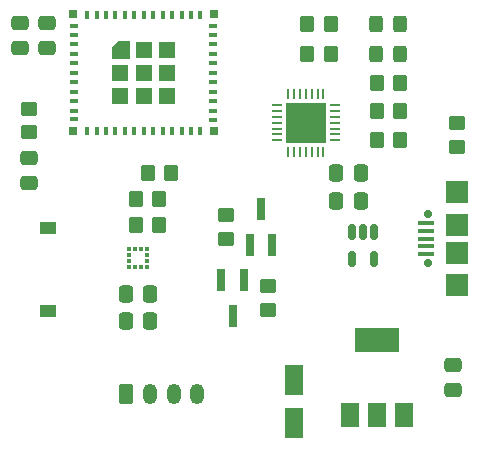
<source format=gts>
%TF.GenerationSoftware,KiCad,Pcbnew,(6.0.1-0)*%
%TF.CreationDate,2022-02-13T16:39:07+01:00*%
%TF.ProjectId,NightLight,4e696768-744c-4696-9768-742e6b696361,rev?*%
%TF.SameCoordinates,Original*%
%TF.FileFunction,Soldermask,Top*%
%TF.FilePolarity,Negative*%
%FSLAX46Y46*%
G04 Gerber Fmt 4.6, Leading zero omitted, Abs format (unit mm)*
G04 Created by KiCad (PCBNEW (6.0.1-0)) date 2022-02-13 16:39:07*
%MOMM*%
%LPD*%
G01*
G04 APERTURE LIST*
G04 Aperture macros list*
%AMRoundRect*
0 Rectangle with rounded corners*
0 $1 Rounding radius*
0 $2 $3 $4 $5 $6 $7 $8 $9 X,Y pos of 4 corners*
0 Add a 4 corners polygon primitive as box body*
4,1,4,$2,$3,$4,$5,$6,$7,$8,$9,$2,$3,0*
0 Add four circle primitives for the rounded corners*
1,1,$1+$1,$2,$3*
1,1,$1+$1,$4,$5*
1,1,$1+$1,$6,$7*
1,1,$1+$1,$8,$9*
0 Add four rect primitives between the rounded corners*
20,1,$1+$1,$2,$3,$4,$5,0*
20,1,$1+$1,$4,$5,$6,$7,0*
20,1,$1+$1,$6,$7,$8,$9,0*
20,1,$1+$1,$8,$9,$2,$3,0*%
%AMOutline5P*
0 Free polygon, 5 corners , with rotation*
0 The origin of the aperture is its center*
0 number of corners: always 5*
0 $1 to $10 corner X, Y*
0 $11 Rotation angle, in degrees counterclockwise*
0 create outline with 5 corners*
4,1,5,$1,$2,$3,$4,$5,$6,$7,$8,$9,$10,$1,$2,$11*%
%AMOutline6P*
0 Free polygon, 6 corners , with rotation*
0 The origin of the aperture is its center*
0 number of corners: always 6*
0 $1 to $12 corner X, Y*
0 $13 Rotation angle, in degrees counterclockwise*
0 create outline with 6 corners*
4,1,6,$1,$2,$3,$4,$5,$6,$7,$8,$9,$10,$11,$12,$1,$2,$13*%
%AMOutline7P*
0 Free polygon, 7 corners , with rotation*
0 The origin of the aperture is its center*
0 number of corners: always 7*
0 $1 to $14 corner X, Y*
0 $15 Rotation angle, in degrees counterclockwise*
0 create outline with 7 corners*
4,1,7,$1,$2,$3,$4,$5,$6,$7,$8,$9,$10,$11,$12,$13,$14,$1,$2,$15*%
%AMOutline8P*
0 Free polygon, 8 corners , with rotation*
0 The origin of the aperture is its center*
0 number of corners: always 8*
0 $1 to $16 corner X, Y*
0 $17 Rotation angle, in degrees counterclockwise*
0 create outline with 8 corners*
4,1,8,$1,$2,$3,$4,$5,$6,$7,$8,$9,$10,$11,$12,$13,$14,$15,$16,$1,$2,$17*%
G04 Aperture macros list end*
%ADD10C,0.700000*%
%ADD11R,1.350000X0.400000*%
%ADD12R,1.900000X1.900000*%
%ADD13RoundRect,0.250000X-0.337500X-0.475000X0.337500X-0.475000X0.337500X0.475000X-0.337500X0.475000X0*%
%ADD14RoundRect,0.250000X-0.475000X0.337500X-0.475000X-0.337500X0.475000X-0.337500X0.475000X0.337500X0*%
%ADD15RoundRect,0.250000X0.350000X0.450000X-0.350000X0.450000X-0.350000X-0.450000X0.350000X-0.450000X0*%
%ADD16R,0.700000X0.700000*%
%ADD17R,1.450000X1.450000*%
%ADD18Outline5P,-0.725000X0.725000X0.725000X0.725000X0.725000X-0.217500X0.217500X-0.725000X-0.725000X-0.725000X180.000000*%
%ADD19R,0.400000X0.800000*%
%ADD20R,0.800000X0.400000*%
%ADD21RoundRect,0.150000X-0.150000X0.512500X-0.150000X-0.512500X0.150000X-0.512500X0.150000X0.512500X0*%
%ADD22R,3.350000X3.350000*%
%ADD23RoundRect,0.062500X0.337500X-0.062500X0.337500X0.062500X-0.337500X0.062500X-0.337500X-0.062500X0*%
%ADD24RoundRect,0.062500X0.062500X-0.337500X0.062500X0.337500X-0.062500X0.337500X-0.062500X-0.337500X0*%
%ADD25RoundRect,0.250000X0.475000X-0.337500X0.475000X0.337500X-0.475000X0.337500X-0.475000X-0.337500X0*%
%ADD26R,0.800000X1.900000*%
%ADD27RoundRect,0.250000X0.337500X0.475000X-0.337500X0.475000X-0.337500X-0.475000X0.337500X-0.475000X0*%
%ADD28RoundRect,0.250000X-0.450000X0.350000X-0.450000X-0.350000X0.450000X-0.350000X0.450000X0.350000X0*%
%ADD29RoundRect,0.250000X0.325000X0.450000X-0.325000X0.450000X-0.325000X-0.450000X0.325000X-0.450000X0*%
%ADD30R,1.400000X1.000000*%
%ADD31RoundRect,0.250000X-0.350000X-0.450000X0.350000X-0.450000X0.350000X0.450000X-0.350000X0.450000X0*%
%ADD32RoundRect,0.250000X-0.350000X-0.625000X0.350000X-0.625000X0.350000X0.625000X-0.350000X0.625000X0*%
%ADD33O,1.200000X1.750000*%
%ADD34RoundRect,0.250000X0.450000X-0.350000X0.450000X0.350000X-0.450000X0.350000X-0.450000X-0.350000X0*%
%ADD35R,1.500000X2.000000*%
%ADD36R,3.800000X2.000000*%
%ADD37R,0.350000X0.375000*%
%ADD38R,0.375000X0.350000*%
%ADD39RoundRect,0.250000X-0.550000X1.050000X-0.550000X-1.050000X0.550000X-1.050000X0.550000X1.050000X0*%
G04 APERTURE END LIST*
D10*
%TO.C,X1*%
X156162500Y-97925000D03*
X156162500Y-102075000D03*
D11*
X155937500Y-101300000D03*
X155937500Y-100650000D03*
X155937500Y-100000000D03*
X155937500Y-99350000D03*
X155937500Y-98700000D03*
D12*
X158612500Y-98800000D03*
X158612500Y-96050000D03*
X158612500Y-101200000D03*
X158612500Y-103950000D03*
%TD*%
D13*
%TO.C,C9*%
X148362500Y-96800000D03*
X150437500Y-96800000D03*
%TD*%
D14*
%TO.C,C6*%
X122400000Y-93162500D03*
X122400000Y-95237500D03*
%TD*%
D15*
%TO.C,R10*%
X153800000Y-86800000D03*
X151800000Y-86800000D03*
%TD*%
D16*
%TO.C,U1*%
X126130000Y-81000000D03*
X126130000Y-90900000D03*
X138030000Y-90900000D03*
X138030000Y-81000000D03*
D17*
X132080000Y-85950000D03*
X134055000Y-83975000D03*
X132080000Y-87925000D03*
X134055000Y-85950000D03*
X130105000Y-85950000D03*
X134055000Y-87925000D03*
X132080000Y-83975000D03*
X130105000Y-87925000D03*
D18*
X130130000Y-83975000D03*
D19*
X127280000Y-81050000D03*
X128080000Y-81050000D03*
X128880000Y-81050000D03*
X129680000Y-81050000D03*
X130480000Y-81050000D03*
X131280000Y-81050000D03*
X132080000Y-81050000D03*
X132880000Y-81050000D03*
X133680000Y-81050000D03*
X134480000Y-81050000D03*
X135280000Y-81050000D03*
X136080000Y-81050000D03*
X136880000Y-81050000D03*
X136880000Y-81050000D03*
D20*
X137980000Y-82000000D03*
X137980000Y-82750000D03*
X137980000Y-83550000D03*
X137980000Y-84350000D03*
X137980000Y-85150000D03*
X137980000Y-85950000D03*
X137980000Y-86750000D03*
X137980000Y-87550000D03*
X137980000Y-88350000D03*
X137980000Y-89150000D03*
X137980000Y-89950000D03*
D19*
X136880000Y-90850000D03*
X136080000Y-90850000D03*
X135280000Y-90850000D03*
X134480000Y-90850000D03*
X133680000Y-90850000D03*
X132880000Y-90850000D03*
X132080000Y-90850000D03*
X131280000Y-90850000D03*
X130480000Y-90850000D03*
X129680000Y-90850000D03*
X128880000Y-90850000D03*
X128080000Y-90850000D03*
X127280000Y-90850000D03*
D20*
X126180000Y-89900000D03*
X126180000Y-89150000D03*
X126180000Y-88350000D03*
X126180000Y-87550000D03*
X126180000Y-86750000D03*
X126180000Y-85950000D03*
X126180000Y-85150000D03*
X126180000Y-84350000D03*
X126180000Y-83550000D03*
X126180000Y-82750000D03*
X126180000Y-81950000D03*
%TD*%
D21*
%TO.C,D1*%
X151572000Y-99446500D03*
X150622000Y-99446500D03*
X149672000Y-99446500D03*
X149672000Y-101721500D03*
X151572000Y-101721500D03*
%TD*%
D22*
%TO.C,U3*%
X145796000Y-90170000D03*
D23*
X143346000Y-91670000D03*
X143346000Y-91170000D03*
X143346000Y-90670000D03*
X143346000Y-90170000D03*
X143346000Y-89670000D03*
X143346000Y-89170000D03*
X143346000Y-88670000D03*
D24*
X144296000Y-87720000D03*
X144796000Y-87720000D03*
X145296000Y-87720000D03*
X145796000Y-87720000D03*
X146296000Y-87720000D03*
X146796000Y-87720000D03*
X147296000Y-87720000D03*
D23*
X148246000Y-88670000D03*
X148246000Y-89170000D03*
X148246000Y-89670000D03*
X148246000Y-90170000D03*
X148246000Y-90670000D03*
X148246000Y-91170000D03*
X148246000Y-91670000D03*
D24*
X147296000Y-92620000D03*
X146796000Y-92620000D03*
X146296000Y-92620000D03*
X145796000Y-92620000D03*
X145296000Y-92620000D03*
X144796000Y-92620000D03*
X144296000Y-92620000D03*
%TD*%
D15*
%TO.C,R2*%
X134400000Y-94400000D03*
X132400000Y-94400000D03*
%TD*%
D25*
%TO.C,C4*%
X123900000Y-83837500D03*
X123900000Y-81762500D03*
%TD*%
%TO.C,C3*%
X121600000Y-83837500D03*
X121600000Y-81762500D03*
%TD*%
D26*
%TO.C,Q2*%
X140550000Y-103500000D03*
X138650000Y-103500000D03*
X139600000Y-106500000D03*
%TD*%
D27*
%TO.C,C5*%
X132609500Y-106933500D03*
X130534500Y-106933500D03*
%TD*%
D28*
%TO.C,R5*%
X139000000Y-98000000D03*
X139000000Y-100000000D03*
%TD*%
D29*
%TO.C,D3*%
X153800000Y-84328000D03*
X151750000Y-84328000D03*
%TD*%
D30*
%TO.C,PB1*%
X124000000Y-106100000D03*
X124000000Y-99100000D03*
%TD*%
D15*
%TO.C,R1*%
X133400000Y-96600000D03*
X131400000Y-96600000D03*
%TD*%
D26*
%TO.C,Q1*%
X141050000Y-100500000D03*
X142950000Y-100500000D03*
X142000000Y-97500000D03*
%TD*%
D31*
%TO.C,R3*%
X145933000Y-81788000D03*
X147933000Y-81788000D03*
%TD*%
D32*
%TO.C,X2*%
X130604000Y-113150000D03*
D33*
X132604000Y-113150000D03*
X134604000Y-113150000D03*
X136604000Y-113150000D03*
%TD*%
D29*
%TO.C,D2*%
X153800000Y-81788000D03*
X151750000Y-81788000D03*
%TD*%
D34*
%TO.C,R6*%
X142600000Y-106000000D03*
X142600000Y-104000000D03*
%TD*%
D35*
%TO.C,U4*%
X149500000Y-114910000D03*
D36*
X151800000Y-108610000D03*
D35*
X151800000Y-114910000D03*
X154100000Y-114910000D03*
%TD*%
D28*
%TO.C,R7*%
X122400000Y-89000000D03*
X122400000Y-91000000D03*
%TD*%
D25*
%TO.C,C1*%
X158242000Y-112797500D03*
X158242000Y-110722500D03*
%TD*%
D15*
%TO.C,R9*%
X153800000Y-91600000D03*
X151800000Y-91600000D03*
%TD*%
D37*
%TO.C,U2*%
X132350000Y-100837500D03*
X131850000Y-100837500D03*
X131350000Y-100837500D03*
X130850000Y-100837500D03*
D38*
X130837500Y-101350000D03*
X130837500Y-101850000D03*
D37*
X130850000Y-102362500D03*
X131350000Y-102362500D03*
X131850000Y-102362500D03*
X132350000Y-102362500D03*
D38*
X132362500Y-101850000D03*
X132362500Y-101350000D03*
%TD*%
D27*
%TO.C,C7*%
X132609500Y-104647500D03*
X130534500Y-104647500D03*
%TD*%
D15*
%TO.C,R4*%
X133400000Y-98800000D03*
X131400000Y-98800000D03*
%TD*%
D31*
%TO.C,R11*%
X151800000Y-89200000D03*
X153800000Y-89200000D03*
%TD*%
%TO.C,R12*%
X145933000Y-84328000D03*
X147933000Y-84328000D03*
%TD*%
D39*
%TO.C,C2*%
X144780000Y-111992000D03*
X144780000Y-115592000D03*
%TD*%
D34*
%TO.C,R8*%
X158600000Y-92200000D03*
X158600000Y-90200000D03*
%TD*%
D13*
%TO.C,C8*%
X148362500Y-94400000D03*
X150437500Y-94400000D03*
%TD*%
M02*

</source>
